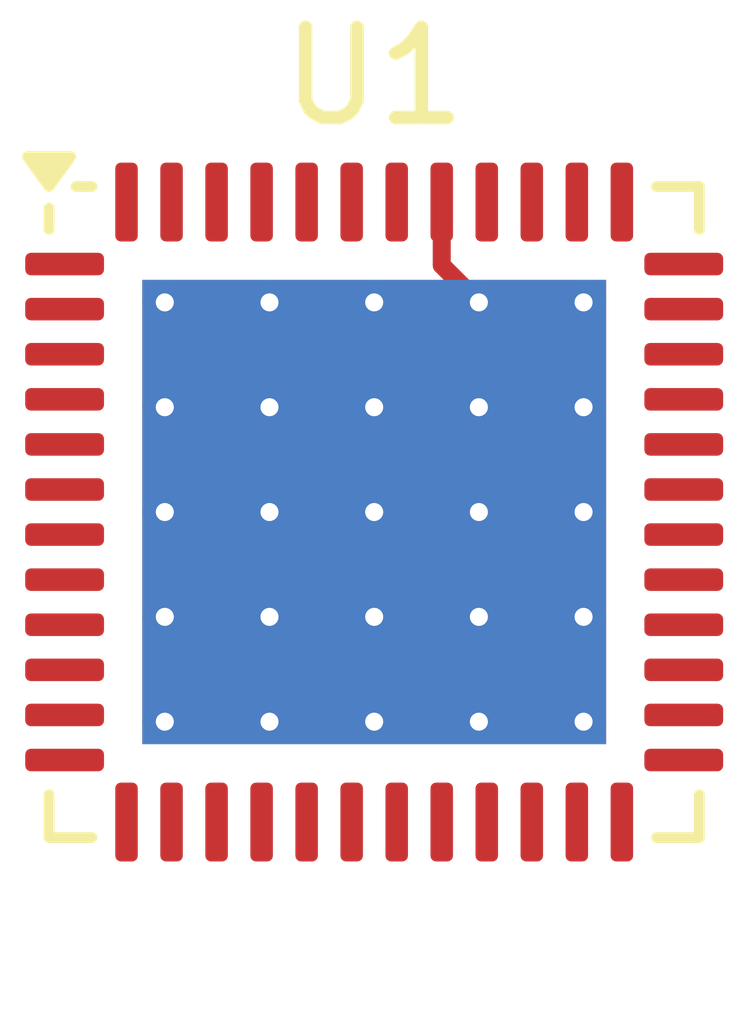
<source format=kicad_pcb>
(kicad_pcb (version 20240108) (generator "pcbnew") (generator_version "8.0")
  (layers (0 "F.Cu" signal) (31 "B.Cu" signal) (34 "B.Paste" user) (35 "F.Paste" user) (36 "B.SilkS" user "B.Silkscreen") (37 "F.SilkS" user "F.Silkscreen") (38 "B.Mask" user) (39 "F.Mask" user) (44 "Edge.Cuts" user))
  (net 0 "")
  (net 5 "Net-(U1-GND-Pad41)")
  (footprint "Package_DFN_QFN:QFN-48-1EP_7x7mm_P0.5mm_EP5.15x5.15mm_ThermalVias" (layer "F.Cu") (at 139.5625 80.25)
    (property "Reference" "U1" (at 0 -4.83 0) (layer "F.SilkS"))
    (property "Value" "AMT49413")
    (fp_line (start -3.61 -3.135) (end -3.61 -3.37) (stroke (width 0.12)) (layer "F.SilkS"))
    (fp_line (start -3.61 3.61) (end -3.61 3.135) (stroke (width 0.12)) (layer "F.SilkS"))
    (fp_line (start -3.135 -3.61) (end -3.31 -3.61) (stroke (width 0.12)) (layer "F.SilkS"))
    (fp_line (start -3.135 3.61) (end -3.61 3.61) (stroke (width 0.12)) (layer "F.SilkS"))
    (fp_line (start 3.135 -3.61) (end 3.61 -3.61) (stroke (width 0.12)) (layer "F.SilkS"))
    (fp_line (start 3.135 3.61) (end 3.61 3.61) (stroke (width 0.12)) (layer "F.SilkS"))
    (fp_line (start 3.61 -3.61) (end 3.61 -3.135) (stroke (width 0.12)) (layer "F.SilkS"))
    (fp_line (start 3.61 3.61) (end 3.61 3.135) (stroke (width 0.12)) (layer "F.SilkS"))
    (fp_poly (pts (xy -3.61 -3.61) (xy -3.85 -3.94) (xy -3.37 -3.94) (xy -3.61 -3.61)) (stroke (width 0.12)) (fill solid) (layer "F.SilkS"))
    (pad "1" smd roundrect (at -3.4375 -2.75) (size 0.875 0.25) (layers "F.Cu" "F.Paste" "F.Mask"))
    (pad "2" smd roundrect (at -3.4375 -2.25) (size 0.875 0.25) (layers "F.Cu" "F.Paste" "F.Mask"))
    (pad "3" smd roundrect (at -3.4375 -1.75) (size 0.875 0.25) (layers "F.Cu" "F.Paste" "F.Mask"))
    (pad "4" smd roundrect (at -3.4375 -1.25) (size 0.875 0.25) (layers "F.Cu" "F.Paste" "F.Mask"))
    (pad "5" smd roundrect (at -3.4375 -0.75) (size 0.875 0.25) (layers "F.Cu" "F.Paste" "F.Mask"))
    (pad "6" smd roundrect (at -3.4375 -0.25) (size 0.875 0.25) (layers "F.Cu" "F.Paste" "F.Mask"))
    (pad "7" smd roundrect (at -3.4375 0.25) (size 0.875 0.25) (layers "F.Cu" "F.Paste" "F.Mask"))
    (pad "8" smd roundrect (at -3.4375 0.75) (size 0.875 0.25) (layers "F.Cu" "F.Paste" "F.Mask"))
    (pad "9" smd roundrect (at -3.4375 1.25) (size 0.875 0.25) (layers "F.Cu" "F.Paste" "F.Mask"))
    (pad "10" smd roundrect (at -3.4375 1.75) (size 0.875 0.25) (layers "F.Cu" "F.Paste" "F.Mask"))
    (pad "11" smd roundrect (at -3.4375 2.25) (size 0.875 0.25) (layers "F.Cu" "F.Paste" "F.Mask"))
    (pad "12" smd roundrect (at -3.4375 2.75) (size 0.875 0.25) (layers "F.Cu" "F.Paste" "F.Mask"))
    (pad "13" smd roundrect (at -2.75 3.4375) (size 0.25 0.875) (layers "F.Cu" "F.Paste" "F.Mask"))
    (pad "14" smd roundrect (at -2.25 3.4375) (size 0.25 0.875) (layers "F.Cu" "F.Paste" "F.Mask"))
    (pad "15" smd roundrect (at -1.75 3.4375) (size 0.25 0.875) (layers "F.Cu" "F.Paste" "F.Mask"))
    (pad "16" smd roundrect (at -1.25 3.4375) (size 0.25 0.875) (layers "F.Cu" "F.Paste" "F.Mask"))
    (pad "17" smd roundrect (at -0.75 3.4375) (size 0.25 0.875) (layers "F.Cu" "F.Paste" "F.Mask"))
    (pad "18" smd roundrect (at -0.25 3.4375) (size 0.25 0.875) (layers "F.Cu" "F.Paste" "F.Mask"))
    (pad "19" smd roundrect (at 0.25 3.4375) (size 0.25 0.875) (layers "F.Cu" "F.Paste" "F.Mask"))
    (pad "20" smd roundrect (at 0.75 3.4375) (size 0.25 0.875) (layers "F.Cu" "F.Paste" "F.Mask"))
    (pad "21" smd roundrect (at 1.25 3.4375) (size 0.25 0.875) (layers "F.Cu" "F.Paste" "F.Mask"))
    (pad "22" smd roundrect (at 1.75 3.4375) (size 0.25 0.875) (layers "F.Cu" "F.Paste" "F.Mask"))
    (pad "23" smd roundrect (at 2.25 3.4375) (size 0.25 0.875) (layers "F.Cu" "F.Paste" "F.Mask"))
    (pad "24" smd roundrect (at 2.75 3.4375) (size 0.25 0.875) (layers "F.Cu" "F.Paste" "F.Mask"))
    (pad "25" smd roundrect (at 3.4375 2.75) (size 0.875 0.25) (layers "F.Cu" "F.Paste" "F.Mask"))
    (pad "26" smd roundrect (at 3.4375 2.25) (size 0.875 0.25) (layers "F.Cu" "F.Paste" "F.Mask"))
    (pad "27" smd roundrect (at 3.4375 1.75) (size 0.875 0.25) (layers "F.Cu" "F.Paste" "F.Mask"))
    (pad "28" smd roundrect (at 3.4375 1.25) (size 0.875 0.25) (layers "F.Cu" "F.Paste" "F.Mask"))
    (pad "29" smd roundrect (at 3.4375 0.75) (size 0.875 0.25) (layers "F.Cu" "F.Paste" "F.Mask"))
    (pad "30" smd roundrect (at 3.4375 0.25) (size 0.875 0.25) (layers "F.Cu" "F.Paste" "F.Mask"))
    (pad "31" smd roundrect (at 3.4375 -0.25) (size 0.875 0.25) (layers "F.Cu" "F.Paste" "F.Mask"))
    (pad "32" smd roundrect (at 3.4375 -0.75) (size 0.875 0.25) (layers "F.Cu" "F.Paste" "F.Mask"))
    (pad "33" smd roundrect (at 3.4375 -1.25) (size 0.875 0.25) (layers "F.Cu" "F.Paste" "F.Mask"))
    (pad "34" smd roundrect (at 3.4375 -1.75) (size 0.875 0.25) (layers "F.Cu" "F.Paste" "F.Mask"))
    (pad "35" smd roundrect (at 3.4375 -2.25) (size 0.875 0.25) (layers "F.Cu" "F.Paste" "F.Mask"))
    (pad "36" smd roundrect (at 3.4375 -2.75) (size 0.875 0.25) (layers "F.Cu" "F.Paste" "F.Mask"))
    (pad "37" smd roundrect (at 2.75 -3.4375) (size 0.25 0.875) (layers "F.Cu" "F.Paste" "F.Mask"))
    (pad "38" smd roundrect (at 2.25 -3.4375) (size 0.25 0.875) (layers "F.Cu" "F.Paste" "F.Mask"))
    (pad "39" smd roundrect (at 1.75 -3.4375) (size 0.25 0.875) (layers "F.Cu" "F.Paste" "F.Mask"))
    (pad "40" smd roundrect (at 1.25 -3.4375) (size 0.25 0.875) (layers "F.Cu" "F.Paste" "F.Mask"))
    (pad "41" smd roundrect (at 0.75 -3.4375) (size 0.25 0.875) (layers "F.Cu" "F.Paste" "F.Mask") (net 5 "Net-(U1-GND-Pad41)"))
    (pad "42" smd roundrect (at 0.25 -3.4375) (size 0.25 0.875) (layers "F.Cu" "F.Paste" "F.Mask"))
    (pad "43" smd roundrect (at -0.25 -3.4375) (size 0.25 0.875) (layers "F.Cu" "F.Paste" "F.Mask"))
    (pad "44" smd roundrect (at -0.75 -3.4375) (size 0.25 0.875) (layers "F.Cu" "F.Paste" "F.Mask"))
    (pad "45" smd roundrect (at -1.25 -3.4375) (size 0.25 0.875) (layers "F.Cu" "F.Paste" "F.Mask"))
    (pad "46" smd roundrect (at -1.75 -3.4375) (size 0.25 0.875) (layers "F.Cu" "F.Paste" "F.Mask"))
    (pad "47" smd roundrect (at -2.25 -3.4375) (size 0.25 0.875) (layers "F.Cu" "F.Paste" "F.Mask"))
    (pad "48" smd roundrect (at -2.75 -3.4375) (size 0.25 0.875) (layers "F.Cu" "F.Paste" "F.Mask"))
    (pad "49" thru_hole circle (at -2.325 -2.325) (size 0.5 0.5) (drill 0.2) (property pad_prop_heatsink) (layers "*.Cu") (net 5 "Net-(U1-GND-Pad41)"))
    (pad "49" thru_hole circle (at -2.325 -1.1625) (size 0.5 0.5) (drill 0.2) (property pad_prop_heatsink) (layers "*.Cu") (net 5 "Net-(U1-GND-Pad41)"))
    (pad "49" thru_hole circle (at -2.325 0) (size 0.5 0.5) (drill 0.2) (property pad_prop_heatsink) (layers "*.Cu") (net 5 "Net-(U1-GND-Pad41)"))
    (pad "49" thru_hole circle (at -2.325 1.1625) (size 0.5 0.5) (drill 0.2) (property pad_prop_heatsink) (layers "*.Cu") (net 5 "Net-(U1-GND-Pad41)"))
    (pad "49" thru_hole circle (at -2.325 2.325) (size 0.5 0.5) (drill 0.2) (property pad_prop_heatsink) (layers "*.Cu") (net 5 "Net-(U1-GND-Pad41)"))
    (pad "49" thru_hole circle (at -1.1625 -2.325) (size 0.5 0.5) (drill 0.2) (property pad_prop_heatsink) (layers "*.Cu") (net 5 "Net-(U1-GND-Pad41)"))
    (pad "49" thru_hole circle (at -1.1625 -1.1625) (size 0.5 0.5) (drill 0.2) (property pad_prop_heatsink) (layers "*.Cu") (net 5 "Net-(U1-GND-Pad41)"))
    (pad "49" thru_hole circle (at -1.1625 0) (size 0.5 0.5) (drill 0.2) (property pad_prop_heatsink) (layers "*.Cu") (net 5 "Net-(U1-GND-Pad41)"))
    (pad "49" thru_hole circle (at -1.1625 1.1625) (size 0.5 0.5) (drill 0.2) (property pad_prop_heatsink) (layers "*.Cu") (net 5 "Net-(U1-GND-Pad41)"))
    (pad "49" thru_hole circle (at -1.1625 2.325) (size 0.5 0.5) (drill 0.2) (property pad_prop_heatsink) (layers "*.Cu") (net 5 "Net-(U1-GND-Pad41)"))
    (pad "49" thru_hole circle (at 0 -2.325) (size 0.5 0.5) (drill 0.2) (property pad_prop_heatsink) (layers "*.Cu") (net 5 "Net-(U1-GND-Pad41)"))
    (pad "49" thru_hole circle (at 0 -1.1625) (size 0.5 0.5) (drill 0.2) (property pad_prop_heatsink) (layers "*.Cu") (net 5 "Net-(U1-GND-Pad41)"))
    (pad "49" thru_hole circle (at 0 0) (size 0.5 0.5) (drill 0.2) (property pad_prop_heatsink) (layers "*.Cu") (net 5 "Net-(U1-GND-Pad41)"))
    (pad "49" smd rect (at 0 0) (size 5.15 5.15) (property pad_prop_heatsink) (layers "F.Cu" "F.Mask") (net 5 "Net-(U1-GND-Pad41)"))
    (pad "49" smd rect (at 0 0) (size 5.15 5.15) (property pad_prop_heatsink) (layers "B.Cu") (net 5 "Net-(U1-GND-Pad41)"))
    (pad "49" thru_hole circle (at 0 1.1625) (size 0.5 0.5) (drill 0.2) (property pad_prop_heatsink) (layers "*.Cu") (net 5 "Net-(U1-GND-Pad41)"))
    (pad "49" thru_hole circle (at 0 2.325) (size 0.5 0.5) (drill 0.2) (property pad_prop_heatsink) (layers "*.Cu") (net 5 "Net-(U1-GND-Pad41)"))
    (pad "49" thru_hole circle (at 1.1625 -2.325) (size 0.5 0.5) (drill 0.2) (property pad_prop_heatsink) (layers "*.Cu") (net 5 "Net-(U1-GND-Pad41)"))
    (pad "49" thru_hole circle (at 1.1625 -1.1625) (size 0.5 0.5) (drill 0.2) (property pad_prop_heatsink) (layers "*.Cu") (net 5 "Net-(U1-GND-Pad41)"))
    (pad "49" thru_hole circle (at 1.1625 0) (size 0.5 0.5) (drill 0.2) (property pad_prop_heatsink) (layers "*.Cu") (net 5 "Net-(U1-GND-Pad41)"))
    (pad "49" thru_hole circle (at 1.1625 1.1625) (size 0.5 0.5) (drill 0.2) (property pad_prop_heatsink) (layers "*.Cu") (net 5 "Net-(U1-GND-Pad41)"))
    (pad "49" thru_hole circle (at 1.1625 2.325) (size 0.5 0.5) (drill 0.2) (property pad_prop_heatsink) (layers "*.Cu") (net 5 "Net-(U1-GND-Pad41)"))
    (pad "49" thru_hole circle (at 2.325 -2.325) (size 0.5 0.5) (drill 0.2) (property pad_prop_heatsink) (layers "*.Cu") (net 5 "Net-(U1-GND-Pad41)"))
    (pad "49" thru_hole circle (at 2.325 -1.1625) (size 0.5 0.5) (drill 0.2) (property pad_prop_heatsink) (layers "*.Cu") (net 5 "Net-(U1-GND-Pad41)"))
    (pad "49" thru_hole circle (at 2.325 0) (size 0.5 0.5) (drill 0.2) (property pad_prop_heatsink) (layers "*.Cu") (net 5 "Net-(U1-GND-Pad41)"))
    (pad "49" thru_hole circle (at 2.325 1.1625) (size 0.5 0.5) (drill 0.2) (property pad_prop_heatsink) (layers "*.Cu") (net 5 "Net-(U1-GND-Pad41)"))
    (pad "49" thru_hole circle (at 2.325 2.325) (size 0.5 0.5) (drill 0.2) (property pad_prop_heatsink) (layers "*.Cu") (net 5 "Net-(U1-GND-Pad41)"))
  )
  (segment (start 140.3125 77.5125) (end 140.3125 76.8125) (width 0.2) (layer "F.Cu") (net 5))
  (segment (start 139.5625 80.25) (end 141.8875 80.25) (width 0.2) (layer "F.Cu") (net 5))
  (segment (start 140.725 77.925) (end 140.3125 77.5125) (width 0.2) (layer "F.Cu") (net 5))
)
</source>
